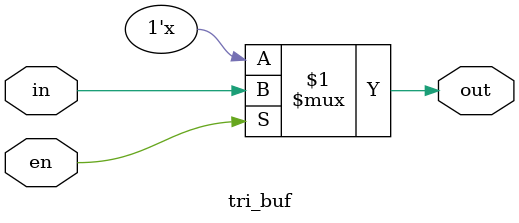
<source format=v>

module tri_buf(
	       out,
	       in,
	       en
	       );

parameter tech = 4;

output 	out;  
input	in;
input	en;

assign out = (en) ? in : 1'bz;

		
endmodule // uc_top_vlog			

</source>
